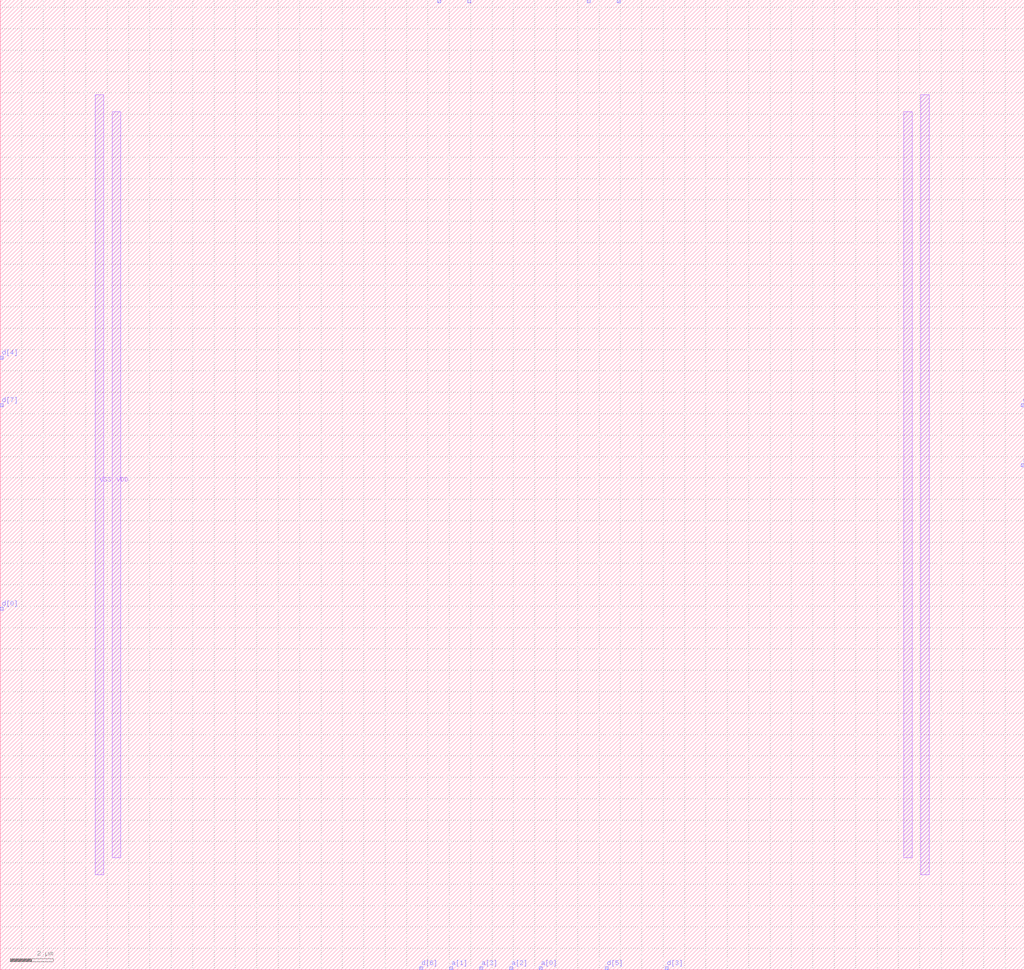
<source format=lef>
##
## LEF for PtnCells ;
## created by Innovus v16.10-p004_1 on Fri Feb 24 15:33:02 2017
##

VERSION 5.7 ;

BUSBITCHARS "[]" ;
DIVIDERCHAR "/" ;

MACRO aes_sbox
  CLASS BLOCK ;
  SIZE 47.8800 BY 45.3600 ;
  FOREIGN aes_sbox 0.0000 0.0000 ;
  ORIGIN 0 0 ;
  SYMMETRY X Y R90 ;
  PIN a[7]
    DIRECTION INPUT ;
    USE SIGNAL ;
    PORT
      LAYER metal4 ;
        RECT 20.4550 45.2200 20.5950 45.3600 ;
    END
  END a[7]
  PIN a[6]
    DIRECTION INPUT ;
    USE SIGNAL ;
    PORT
      LAYER metal4 ;
        RECT 28.8550 45.2200 28.9950 45.3600 ;
    END
  END a[6]
  PIN a[5]
    DIRECTION INPUT ;
    USE SIGNAL ;
    PORT
      LAYER metal4 ;
        RECT 27.4550 45.2200 27.5950 45.3600 ;
    END
  END a[5]
  PIN a[4]
    DIRECTION INPUT ;
    USE SIGNAL ;
    PORT
      LAYER metal4 ;
        RECT 47.7400 23.5200 47.8800 23.6600 ;
    END
  END a[4]
  PIN a[3]
    DIRECTION INPUT ;
    USE SIGNAL ;
    PORT
      LAYER metal4 ;
        RECT 22.4150 0.0000 22.5550 0.1400 ;
    END
  END a[3]
  PIN a[2]
    DIRECTION INPUT ;
    USE SIGNAL ;
    PORT
      LAYER metal4 ;
        RECT 23.8150 0.0000 23.9550 0.1400 ;
    END
  END a[2]
  PIN a[1]
    DIRECTION INPUT ;
    USE SIGNAL ;
    PORT
      LAYER metal4 ;
        RECT 21.0150 0.0000 21.1550 0.1400 ;
    END
  END a[1]
  PIN a[0]
    DIRECTION INPUT ;
    USE SIGNAL ;
    PORT
      LAYER metal4 ;
        RECT 25.2150 0.0000 25.3550 0.1400 ;
    END
  END a[0]
  PIN d[7]
    DIRECTION OUTPUT ;
    USE SIGNAL ;
    PORT
      LAYER metal4 ;
        RECT 0.0000 26.3200 0.1400 26.4600 ;
    END
  END d[7]
  PIN d[6]
    DIRECTION OUTPUT ;
    USE SIGNAL ;
    PORT
      LAYER metal4 ;
        RECT 19.6150 0.0000 19.7550 0.1400 ;
    END
  END d[6]
  PIN d[5]
    DIRECTION OUTPUT ;
    USE SIGNAL ;
    PORT
      LAYER metal4 ;
        RECT 28.2950 0.0000 28.4350 0.1400 ;
    END
  END d[5]
  PIN d[4]
    DIRECTION OUTPUT ;
    USE SIGNAL ;
    PORT
      LAYER metal4 ;
        RECT 0.0000 28.5600 0.1400 28.7000 ;
    END
  END d[4]
  PIN d[3]
    DIRECTION OUTPUT ;
    USE SIGNAL ;
    PORT
      LAYER metal4 ;
        RECT 31.0950 0.0000 31.2350 0.1400 ;
    END
  END d[3]
  PIN d[2]
    DIRECTION OUTPUT ;
    USE SIGNAL ;
    PORT
      LAYER metal4 ;
        RECT 47.7400 26.3200 47.8800 26.4600 ;
    END
  END d[2]
  PIN d[1]
    DIRECTION OUTPUT ;
    USE SIGNAL ;
    PORT
      LAYER metal4 ;
        RECT 21.8550 45.2200 21.9950 45.3600 ;
    END
  END d[1]
  PIN d[0]
    DIRECTION OUTPUT ;
    USE SIGNAL ;
    PORT
      LAYER metal4 ;
        RECT 0.0000 16.8000 0.1400 16.9400 ;
    END
  END d[0]
  PIN VSS
    DIRECTION INOUT ;
    USE GROUND ;
	SHAPE FEEDTHRU ;
    PORT
      LAYER metal3 ;
        RECT 43.0450 4.4400 43.4450 40.9200 ;
        RECT 4.4350 4.4400 4.8350 40.9200 ;
    END
  END VSS
  PIN VDD
    DIRECTION INOUT ;
    USE POWER ;
	SHAPE FEEDTHRU ;
    PORT
      LAYER metal3 ;
        RECT 42.2450 5.2400 42.6450 40.1200 ;
        RECT 5.2350 5.2400 5.6350 40.1200 ;
    END
  END VDD
END aes_sbox

END LIBRARY

</source>
